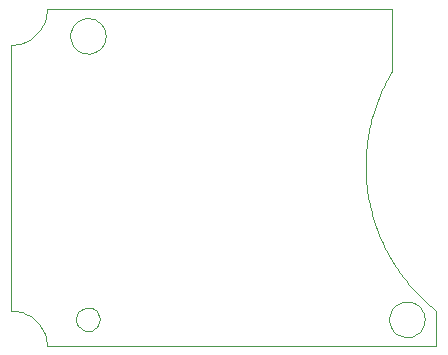
<source format=gm1>
G04*
G04 #@! TF.GenerationSoftware,Altium Limited,Altium Designer,22.10.1 (41)*
G04*
G04 Layer_Color=16711935*
%FSLAX25Y25*%
%MOIN*%
G70*
G04*
G04 #@! TF.SameCoordinates,84BF85B8-C2DE-4563-98F9-37A291DCC650*
G04*
G04*
G04 #@! TF.FilePolarity,Positive*
G04*
G01*
G75*
%ADD13C,0.00394*%
D13*
X137795Y8858D02*
X137710Y9856D01*
X137458Y10826D01*
X137045Y11738D01*
X136485Y12568D01*
X135791Y13291D01*
X134986Y13887D01*
X134092Y14338D01*
X133134Y14631D01*
X132140Y14759D01*
X131140Y14716D01*
X130160Y14505D01*
X129231Y14131D01*
X128378Y13606D01*
X127626Y12945D01*
X126997Y12165D01*
X126508Y11291D01*
X126175Y10346D01*
X126005Y9359D01*
Y8357D01*
X126175Y7370D01*
X126508Y6426D01*
X126997Y5551D01*
X127626Y4772D01*
X128378Y4110D01*
X129231Y3585D01*
X130160Y3212D01*
X131140Y3001D01*
X132140Y2958D01*
X133134Y3085D01*
X134092Y3379D01*
X134986Y3830D01*
X135791Y4425D01*
X136485Y5148D01*
X137045Y5978D01*
X137458Y6891D01*
X137710Y7860D01*
X137795Y8858D01*
X29528D02*
X29404Y9837D01*
X29041Y10755D01*
X28460Y11553D01*
X27700Y12182D01*
X26807Y12603D01*
X25838Y12788D01*
X24853Y12725D01*
X23914Y12421D01*
X23081Y11892D01*
X22405Y11172D01*
X21930Y10308D01*
X21685Y9352D01*
Y8365D01*
X21930Y7409D01*
X22405Y6544D01*
X23081Y5825D01*
X23914Y5296D01*
X24853Y4991D01*
X25838Y4929D01*
X26807Y5114D01*
X27700Y5534D01*
X28460Y6163D01*
X29041Y6962D01*
X29404Y7879D01*
X29528Y8858D01*
X31496Y103347D02*
X31411Y104344D01*
X31159Y105314D01*
X30746Y106227D01*
X30185Y107056D01*
X29492Y107780D01*
X28687Y108375D01*
X27793Y108826D01*
X26835Y109119D01*
X25841Y109247D01*
X24840Y109204D01*
X23861Y108993D01*
X22932Y108620D01*
X22079Y108095D01*
X21327Y107433D01*
X20698Y106653D01*
X20209Y105779D01*
X19876Y104834D01*
X19706Y103847D01*
Y102846D01*
X19876Y101858D01*
X20209Y100914D01*
X20698Y100040D01*
X21327Y99260D01*
X22079Y98598D01*
X22932Y98073D01*
X23861Y97700D01*
X24840Y97489D01*
X25841Y97446D01*
X26835Y97574D01*
X27793Y97867D01*
X28687Y98318D01*
X29492Y98913D01*
X30185Y99637D01*
X30746Y100466D01*
X31159Y101379D01*
X31411Y102348D01*
X31496Y103347D01*
X0Y100394D02*
X975Y100434D01*
X1944Y100555D01*
X2899Y100755D01*
X3835Y101034D01*
X4744Y101389D01*
X5621Y101817D01*
X6460Y102317D01*
X7254Y102884D01*
X7999Y103515D01*
X8690Y104205D01*
X9321Y104950D01*
X9888Y105745D01*
X10387Y106583D01*
X10816Y107460D01*
X11171Y108370D01*
X11450Y109305D01*
X11650Y110261D01*
X11771Y111229D01*
X11811Y112205D01*
X126969Y91710D02*
X126457Y90852D01*
X125960Y89985D01*
X125477Y89111D01*
X125009Y88229D01*
X124555Y87339D01*
X124115Y86442D01*
X123691Y85538D01*
X123281Y84627D01*
X122886Y83709D01*
X122506Y82785D01*
X122142Y81855D01*
X121792Y80920D01*
X121458Y79978D01*
X121140Y79031D01*
X120837Y78080D01*
X120549Y77123D01*
X120278Y76162D01*
X120022Y75196D01*
X119782Y74227D01*
X119558Y73253D01*
X119349Y72276D01*
X119157Y71296D01*
X118981Y70313D01*
X118821Y69327D01*
X118677Y68338D01*
X118549Y67348D01*
X118438Y66355D01*
X118343Y65361D01*
X118264Y64365D01*
X118201Y63368D01*
X118155Y62370D01*
X118125Y61372D01*
X118111Y60373D01*
X118114Y59374D01*
X118133Y58376D01*
X118168Y57377D01*
X118220Y56380D01*
X118288Y55383D01*
X118372Y54388D01*
X118473Y53394D01*
X118590Y52402D01*
X118723Y51412D01*
X118872Y50424D01*
X119038Y49439D01*
X119219Y48457D01*
X119417Y47478D01*
X119630Y46502D01*
X119860Y45530D01*
X120105Y44561D01*
X120366Y43597D01*
X120643Y42638D01*
X120936Y41683D01*
X121244Y40732D01*
X121567Y39787D01*
X121907Y38848D01*
X122261Y37914D01*
X122631Y36986D01*
X123015Y36064D01*
X123415Y35149D01*
X123830Y34240D01*
X124260Y33338D01*
X124704Y32444D01*
X125163Y31556D01*
X125636Y30677D01*
X126124Y29805D01*
X126625Y28941D01*
X127141Y28086D01*
X127671Y27239D01*
X128215Y26401D01*
X128772Y25572D01*
X129343Y24752D01*
X129927Y23942D01*
X130524Y23141D01*
X131134Y22351D01*
X131757Y21570D01*
X132393Y20799D01*
X133042Y20040D01*
X133702Y19290D01*
X134375Y18552D01*
X135060Y17825D01*
X135757Y17109D01*
X136465Y16405D01*
X137185Y15712D01*
X137916Y15031D01*
X138657Y14362D01*
X139410Y13706D01*
X140174Y13062D01*
X140948Y12430D01*
X141732Y11811D01*
X11811Y0D02*
X11771Y975D01*
X11650Y1944D01*
X11450Y2899D01*
X11171Y3835D01*
X10816Y4744D01*
X10387Y5621D01*
X9888Y6460D01*
X9321Y7254D01*
X8690Y7999D01*
X7999Y8690D01*
X7254Y9321D01*
X6460Y9888D01*
X5621Y10387D01*
X4744Y10816D01*
X3835Y11171D01*
X2899Y11450D01*
X1944Y11650D01*
X975Y11771D01*
X0Y11811D01*
Y100394D01*
X11811Y112205D02*
X126969D01*
Y91710D02*
Y112205D01*
X141732Y0D02*
Y11811D01*
X11811Y0D02*
X141732D01*
M02*

</source>
